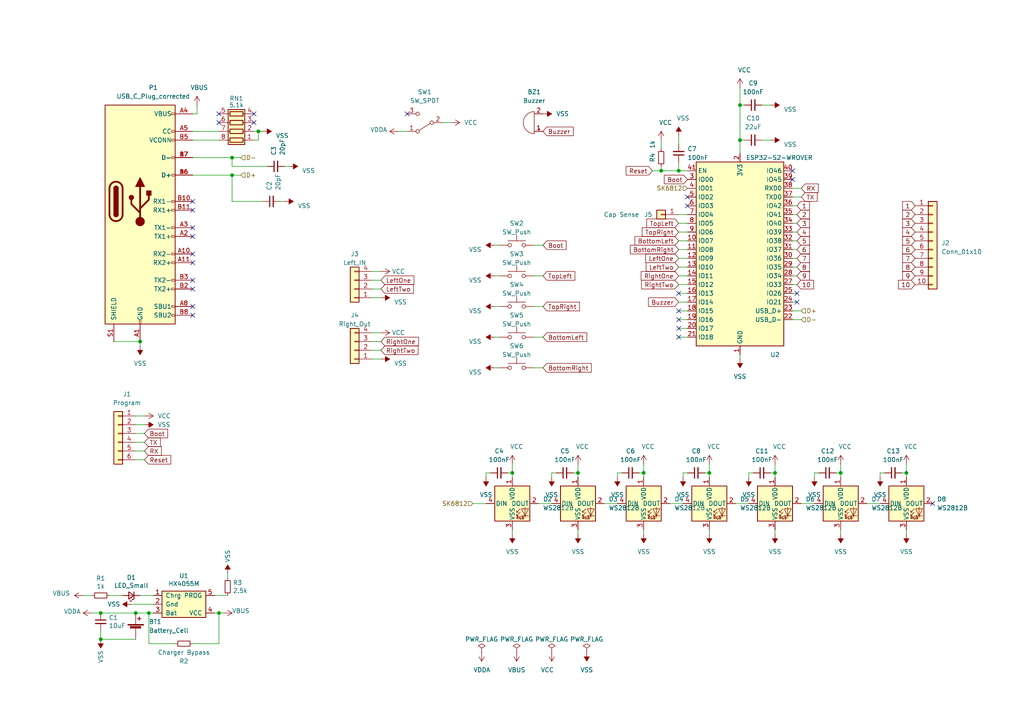
<source format=kicad_sch>
(kicad_sch (version 20220103) (generator eeschema)
  (paper "A4")
  (lib_symbols
    (symbol "BadgePirates:USB_C_Plug_corrected" (pin_names (offset 1.016))
      (property "Reference" "P" (at -10.16 29.21 0))
      (property "Value" "USB_C_Plug_corrected" (at 10.16 29.21 0))
      (symbol "USB_C_Plug_corrected_1_1"
        (pin passive line (at 0 -40.64 90) (length 5.08) (name "GND") (number "A1"))
        (pin bidirectional line (at 15.24 -15.24 180) (length 5.08) (name "RX2-") (number "A10"))
        (pin bidirectional line (at 15.24 -17.78 180) (length 5.08) (name "RX2+") (number "A11"))
        (pin passive line (at 0 -40.64 90) (length 5.08) hide (name "GND") (number "A12"))
        (pin bidirectional line (at 15.24 -10.16 180) (length 5.08) (name "TX1+") (number "A2"))
        (pin bidirectional line (at 15.24 -7.62 180) (length 5.08) (name "TX1-") (number "A3"))
        (pin passive line (at 15.24 25.4 180) (length 5.08) (name "VBUS") (number "A4"))
        (pin bidirectional line (at 15.24 20.32 180) (length 5.08) (name "CC") (number "A5"))
        (pin bidirectional line (at 15.24 7.62 180) (length 5.08) (name "D+") (number "A6"))
        (pin bidirectional line (at 15.24 12.7 180) (length 5.08) (name "D-") (number "A7"))
        (pin bidirectional line (at 15.24 -30.48 180) (length 5.08) (name "SBU1") (number "A8"))
        (pin passive line (at 15.24 25.4 180) (length 5.08) hide (name "VBUS") (number "A9"))
        (pin passive line (at 0 -40.64 90) (length 5.08) hide (name "GND") (number "B1"))
        (pin bidirectional line (at 15.24 0 180) (length 5.08) (name "RX1-") (number "B10"))
        (pin bidirectional line (at 15.24 -2.54 180) (length 5.08) (name "RX1+") (number "B11"))
        (pin passive line (at 0 -40.64 90) (length 5.08) hide (name "GND") (number "B12"))
        (pin bidirectional line (at 15.24 -25.4 180) (length 5.08) (name "TX2+") (number "B2"))
        (pin bidirectional line (at 15.24 -22.86 180) (length 5.08) (name "TX2-") (number "B3"))
        (pin passive line (at 15.24 25.4 180) (length 5.08) hide (name "VBUS") (number "B4"))
        (pin bidirectional line (at 15.24 17.78 180) (length 5.08) (name "VCONN") (number "B5"))
        (pin bidirectional line (at 15.24 7.62 180) (length 5.08) (name "D+") (number "B6"))
        (pin bidirectional line (at 15.24 12.7 180) (length 5.08) (name "D-") (number "B7"))
        (pin bidirectional line (at 15.24 -33.02 180) (length 5.08) (name "SBU2") (number "B8"))
        (pin passive line (at 15.24 25.4 180) (length 5.08) hide (name "VBUS") (number "B9"))
        (pin passive line (at -7.62 -40.64 90) (length 5.08) (name "SHIELD") (number "S1"))
      )
    )
    (symbol "Connector_Generic:Conn_01x01" (pin_names (offset 1.016) hide)
      (property "Reference" "J" (at 0 2.54 0))
      (property "Value" "Conn_01x01" (at 0 -2.54 0))
      (symbol "Conn_01x01_1_1"
        (pin passive line (at -5.08 0 0) (length 3.81) (name "Pin_1") (number "1"))
      )
    )
    (symbol "Connector_Generic:Conn_01x04" (pin_names (offset 1.016) hide)
      (property "Reference" "J" (at 0 5.08 0))
      (property "Value" "Conn_01x04" (at 0 -7.62 0))
      (symbol "Conn_01x04_1_1"
        (pin passive line (at -5.08 2.54 0) (length 3.81) (name "Pin_1") (number "1"))
        (pin passive line (at -5.08 0 0) (length 3.81) (name "Pin_2") (number "2"))
        (pin passive line (at -5.08 -2.54 0) (length 3.81) (name "Pin_3") (number "3"))
        (pin passive line (at -5.08 -5.08 0) (length 3.81) (name "Pin_4") (number "4"))
      )
    )
    (symbol "Connector_Generic:Conn_01x06" (pin_names (offset 1.016) hide)
      (property "Reference" "J" (at 0 7.62 0))
      (property "Value" "Conn_01x06" (at 0 -10.16 0))
      (symbol "Conn_01x06_1_1"
        (pin passive line (at -5.08 5.08 0) (length 3.81) (name "Pin_1") (number "1"))
        (pin passive line (at -5.08 2.54 0) (length 3.81) (name "Pin_2") (number "2"))
        (pin passive line (at -5.08 0 0) (length 3.81) (name "Pin_3") (number "3"))
        (pin passive line (at -5.08 -2.54 0) (length 3.81) (name "Pin_4") (number "4"))
        (pin passive line (at -5.08 -5.08 0) (length 3.81) (name "Pin_5") (number "5"))
        (pin passive line (at -5.08 -7.62 0) (length 3.81) (name "Pin_6") (number "6"))
      )
    )
    (symbol "Connector_Generic:Conn_01x10" (pin_names (offset 1.016) hide)
      (property "Reference" "J" (at 0 12.7 0))
      (property "Value" "Conn_01x10" (at 0 -15.24 0))
      (symbol "Conn_01x10_1_1"
        (pin passive line (at -5.08 10.16 0) (length 3.81) (name "Pin_1") (number "1"))
        (pin passive line (at -5.08 -12.7 0) (length 3.81) (name "Pin_10") (number "10"))
        (pin passive line (at -5.08 7.62 0) (length 3.81) (name "Pin_2") (number "2"))
        (pin passive line (at -5.08 5.08 0) (length 3.81) (name "Pin_3") (number "3"))
        (pin passive line (at -5.08 2.54 0) (length 3.81) (name "Pin_4") (number "4"))
        (pin passive line (at -5.08 0 0) (length 3.81) (name "Pin_5") (number "5"))
        (pin passive line (at -5.08 -2.54 0) (length 3.81) (name "Pin_6") (number "6"))
        (pin passive line (at -5.08 -5.08 0) (length 3.81) (name "Pin_7") (number "7"))
        (pin passive line (at -5.08 -7.62 0) (length 3.81) (name "Pin_8") (number "8"))
        (pin passive line (at -5.08 -10.16 0) (length 3.81) (name "Pin_9") (number "9"))
      )
    )
    (symbol "Device:Battery_Cell" (pin_numbers hide) (pin_names (offset 0) hide)
      (property "Reference" "BT" (at 2.54 2.54 0))
      (property "Value" "Battery_Cell" (at 2.54 0 0))
      (symbol "Battery_Cell_1_1"
        (pin passive line (at 0 5.08 270) (length 2.54) (name "+") (number "1"))
        (pin passive line (at 0 -2.54 90) (length 2.54) (name "-") (number "2"))
      )
    )
    (symbol "Device:Buzzer" (pin_names (offset 0.0254) hide)
      (property "Reference" "BZ" (at 3.81 1.27 0))
      (property "Value" "Buzzer" (at 3.81 -1.27 0))
      (symbol "Buzzer_1_1"
        (pin passive line (at -2.54 2.54 0) (length 2.54) (name "-") (number "1"))
        (pin passive line (at -2.54 -2.54 0) (length 2.54) (name "+") (number "2"))
      )
    )
    (symbol "Device:C_Small" (pin_numbers hide) (pin_names (offset 0.254) hide)
      (property "Reference" "C" (at 0.254 1.778 0))
      (property "Value" "C_Small" (at 0.254 -2.032 0))
      (symbol "C_Small_1_1"
        (pin passive line (at 0 2.54 270) (length 2.032) (name "~") (number "1"))
        (pin passive line (at 0 -2.54 90) (length 2.032) (name "~") (number "2"))
      )
    )
    (symbol "Device:LED_Small" (pin_numbers hide) (pin_names (offset 0.254) hide)
      (property "Reference" "D" (at -1.27 3.175 0))
      (property "Value" "LED_Small" (at -4.445 -2.54 0))
      (symbol "LED_Small_1_1"
        (pin passive line (at -2.54 0 0) (length 1.778) (name "K") (number "1"))
        (pin passive line (at 2.54 0 180) (length 1.778) (name "A") (number "2"))
      )
    )
    (symbol "Device:R_Pack04" (pin_names (offset 0) hide)
      (property "Reference" "RN" (at -7.62 0 90))
      (property "Value" "R_Pack04" (at 5.08 0 90))
      (symbol "R_Pack04_1_1"
        (pin passive line (at -5.08 -5.08 90) (length 2.54) (name "R1.1") (number "1"))
        (pin passive line (at -2.54 -5.08 90) (length 2.54) (name "R2.1") (number "2"))
        (pin passive line (at 0 -5.08 90) (length 2.54) (name "R3.1") (number "3"))
        (pin passive line (at 2.54 -5.08 90) (length 2.54) (name "R4.1") (number "4"))
        (pin passive line (at 2.54 5.08 270) (length 2.54) (name "R4.2") (number "5"))
        (pin passive line (at 0 5.08 270) (length 2.54) (name "R3.2") (number "6"))
        (pin passive line (at -2.54 5.08 270) (length 2.54) (name "R2.2") (number "7"))
        (pin passive line (at -5.08 5.08 270) (length 2.54) (name "R1.2") (number "8"))
      )
    )
    (symbol "Device:R_Small" (pin_numbers hide) (pin_names (offset 0.254) hide)
      (property "Reference" "R" (at 0.762 0.508 0))
      (property "Value" "R_Small" (at 0.762 -1.016 0))
      (symbol "R_Small_1_1"
        (pin passive line (at 0 2.54 270) (length 0.762) (name "~") (number "1"))
        (pin passive line (at 0 -2.54 90) (length 0.762) (name "~") (number "2"))
      )
    )
    (symbol "LED:WS2812B" (pin_names (offset 0.254))
      (property "Reference" "D" (at 5.08 5.715 0))
      (property "Value" "WS2812B" (at 1.27 -5.715 0))
      (symbol "WS2812B_0_0"
        (text "RGB" (at 2.286 -4.191 0) (effects (font (size 0.762 0.762))))
      )
      (symbol "WS2812B_1_1"
        (pin power_in line (at 0 7.62 270) (length 2.54) (name "VDD") (number "1"))
        (pin output line (at 7.62 0 180) (length 2.54) (name "DOUT") (number "2"))
        (pin power_in line (at 0 -7.62 90) (length 2.54) (name "VSS") (number "3"))
        (pin input line (at -7.62 0 0) (length 2.54) (name "DIN") (number "4"))
      )
    )
    (symbol "RF_Module:ESP32-S2-WROVER"
      (property "Reference" "U" (at -12.7 29.21 0))
      (property "Value" "ESP32-S2-WROVER" (at 2.54 29.21 0))
      (symbol "ESP32-S2-WROVER_1_1"
        (pin power_in line (at 0 -27.94 90) (length 2.54) (name "GND") (number "1"))
        (pin bidirectional line (at -15.24 5.08 0) (length 2.54) (name "IO07") (number "10"))
        (pin bidirectional line (at -15.24 2.54 0) (length 2.54) (name "IO08") (number "11"))
        (pin bidirectional line (at -15.24 0 0) (length 2.54) (name "IO09") (number "12"))
        (pin bidirectional line (at -15.24 -2.54 0) (length 2.54) (name "IO10") (number "13"))
        (pin bidirectional line (at -15.24 -5.08 0) (length 2.54) (name "IO11") (number "14"))
        (pin bidirectional line (at -15.24 -7.62 0) (length 2.54) (name "IO12") (number "15"))
        (pin bidirectional line (at -15.24 -10.16 0) (length 2.54) (name "IO13") (number "16"))
        (pin bidirectional line (at -15.24 -12.7 0) (length 2.54) (name "IO14") (number "17"))
        (pin bidirectional line (at -15.24 -15.24 0) (length 2.54) (name "IO15") (number "18"))
        (pin bidirectional line (at -15.24 -17.78 0) (length 2.54) (name "IO16") (number "19"))
        (pin power_in line (at 0 30.48 270) (length 2.54) (name "3V3") (number "2"))
        (pin bidirectional line (at -15.24 -20.32 0) (length 2.54) (name "IO17") (number "20"))
        (pin bidirectional line (at -15.24 -22.86 0) (length 2.54) (name "IO18") (number "21"))
        (pin bidirectional line (at 15.24 -17.78 180) (length 2.54) (name "USB_D-") (number "22"))
        (pin bidirectional line (at 15.24 -15.24 180) (length 2.54) (name "USB_D+") (number "23"))
        (pin bidirectional line (at 15.24 -12.7 180) (length 2.54) (name "IO21") (number "24"))
        (pin bidirectional line (at 15.24 -10.16 180) (length 2.54) (name "IO26") (number "25"))
        (pin passive line (at 0 -27.94 90) (length 2.54) hide (name "GND") (number "26"))
        (pin bidirectional line (at 15.24 -7.62 180) (length 2.54) (name "IO33") (number "27"))
        (pin bidirectional line (at 15.24 -5.08 180) (length 2.54) (name "IO34") (number "28"))
        (pin bidirectional line (at 15.24 -2.54 180) (length 2.54) (name "IO35") (number "29"))
        (pin bidirectional line (at -15.24 22.86 0) (length 2.54) (name "IO00") (number "3"))
        (pin bidirectional line (at 15.24 0 180) (length 2.54) (name "IO36") (number "30"))
        (pin bidirectional line (at 15.24 2.54 180) (length 2.54) (name "IO37") (number "31"))
        (pin bidirectional line (at 15.24 5.08 180) (length 2.54) (name "IO38") (number "32"))
        (pin bidirectional line (at 15.24 7.62 180) (length 2.54) (name "IO39") (number "33"))
        (pin bidirectional line (at 15.24 10.16 180) (length 2.54) (name "IO40") (number "34"))
        (pin bidirectional line (at 15.24 12.7 180) (length 2.54) (name "IO41") (number "35"))
        (pin bidirectional line (at 15.24 15.24 180) (length 2.54) (name "IO42") (number "36"))
        (pin bidirectional line (at 15.24 17.78 180) (length 2.54) (name "TXD0") (number "37"))
        (pin bidirectional line (at 15.24 20.32 180) (length 2.54) (name "RXD0") (number "38"))
        (pin bidirectional line (at 15.24 22.86 180) (length 2.54) (name "IO45") (number "39"))
        (pin bidirectional line (at -15.24 20.32 0) (length 2.54) (name "IO01") (number "4"))
        (pin input line (at 15.24 25.4 180) (length 2.54) (name "IO46") (number "40"))
        (pin input line (at -15.24 25.4 0) (length 2.54) (name "EN") (number "41"))
        (pin passive line (at 0 -27.94 90) (length 2.54) hide (name "GND") (number "42"))
        (pin passive line (at 0 -27.94 90) (length 2.54) hide (name "GND") (number "43"))
        (pin bidirectional line (at -15.24 17.78 0) (length 2.54) (name "IO02") (number "5"))
        (pin bidirectional line (at -15.24 15.24 0) (length 2.54) (name "IO03") (number "6"))
        (pin bidirectional line (at -15.24 12.7 0) (length 2.54) (name "IO04") (number "7"))
        (pin bidirectional line (at -15.24 10.16 0) (length 2.54) (name "IO05") (number "8"))
        (pin bidirectional line (at -15.24 7.62 0) (length 2.54) (name "IO06") (number "9"))
      )
    )
    (symbol "Switch:SW_Push" (pin_numbers hide) (pin_names (offset 1.016) hide)
      (property "Reference" "SW" (at 1.27 2.54 0))
      (property "Value" "SW_Push" (at 0 -1.524 0))
      (symbol "SW_Push_0_1"
        (pin passive line (at -5.08 0 0) (length 2.54) (name "1") (number "1"))
        (pin passive line (at 5.08 0 180) (length 2.54) (name "2") (number "2"))
      )
    )
    (symbol "Switch:SW_SPDT" (pin_names (offset 0) hide)
      (property "Reference" "SW" (at 0 4.318 0))
      (property "Value" "SW_SPDT" (at 0 -5.08 0))
      (symbol "SW_SPDT_1_1"
        (pin passive line (at 5.08 2.54 180) (length 2.54) (name "A") (number "1"))
        (pin passive line (at -5.08 0 0) (length 2.54) (name "B") (number "2"))
        (pin passive line (at 5.08 -2.54 180) (length 2.54) (name "C") (number "3"))
      )
    )
    (symbol "TwitterKeyboard-rescue:HX4055M-MechKeyboard" (pin_names (offset 1.016))
      (property "Reference" "U" (at 5.08 -10.16 0))
      (property "Value" "HX4055M-MechKeyboard" (at 0 0 0))
      (symbol "HX4055M-MechKeyboard_1_1"
        (pin input line (at -8.89 -2.54 0) (length 2.54) (name "Chrg") (number "1"))
        (pin input line (at -8.89 -5.08 0) (length 2.54) (name "Gnd") (number "2"))
        (pin input line (at -8.89 -7.62 0) (length 2.54) (name "Bat") (number "3"))
        (pin input line (at 8.89 -7.62 180) (length 2.54) (name "VCC") (number "4"))
        (pin input line (at 8.89 -2.54 180) (length 2.54) (name "PROG") (number "5"))
      )
    )
    (symbol "power:PWR_FLAG" (power) (pin_numbers hide) (pin_names (offset 0) hide)
      (property "Value" "PWR_FLAG" (at 0 3.81 0))
      (symbol "PWR_FLAG_0_0"
        (pin power_out line (at 0 0 90) (length 0) (name "pwr") (number "1"))
      )
    )
    (symbol "power:VBUS" (power) (pin_names (offset 0))
      (property "Value" "VBUS" (at 0 3.81 0))
      (symbol "VBUS_1_1"
        (pin power_in line (at 0 0 90) (length 0) hide (name "VBUS") (number "1"))
      )
    )
    (symbol "power:VCC" (power) (pin_names (offset 0))
      (property "Value" "VCC" (at 0 3.81 0))
      (symbol "VCC_1_1"
        (pin power_in line (at 0 0 90) (length 0) hide (name "VCC") (number "1"))
      )
    )
    (symbol "power:VDDA" (power) (pin_names (offset 0))
      (property "Value" "VDDA" (at 0 3.81 0))
      (symbol "VDDA_1_1"
        (pin power_in line (at 0 0 90) (length 0) hide (name "VDDA") (number "1"))
      )
    )
    (symbol "power:VSS" (power) (pin_names (offset 0))
      (property "Value" "VSS" (at 0 3.81 0))
      (symbol "VSS_1_1"
        (pin power_in line (at 0 0 90) (length 0) hide (name "VSS") (number "1"))
      )
    )
  )
  (junction (at 148.59 137.16) (diameter 0.9144))
  (junction (at 39.37 177.8) (diameter 0.9144))
  (junction (at 262.89 137.16) (diameter 0.9144))
  (junction (at 196.85 49.53) (diameter 0.9144))
  (junction (at 43.18 177.8) (diameter 0.9144))
  (junction (at 63.5 177.8) (diameter 0.9144))
  (junction (at 214.63 30.48) (diameter 0.9144))
  (junction (at 29.21 185.42) (diameter 0.9144))
  (junction (at 214.63 40.64) (diameter 0.9144))
  (junction (at 67.31 45.72) (diameter 0.9144))
  (junction (at 224.79 137.16) (diameter 0.9144))
  (junction (at 191.77 49.53) (diameter 0.9144))
  (junction (at 29.21 177.8) (diameter 0.9144))
  (junction (at 205.74 137.16) (diameter 0.9144))
  (junction (at 186.69 137.16) (diameter 0.9144))
  (junction (at 167.64 137.16) (diameter 0.9144))
  (junction (at 67.31 50.8) (diameter 0.9144))
  (junction (at 243.84 137.16) (diameter 0.9144))
  (junction (at 74.93 38.1) (diameter 0.9144))
  (junction (at 40.64 99.06) (diameter 0.9144))
  (no_connect (at 55.88 81.28))
  (no_connect (at 63.5 35.56))
  (no_connect (at 55.88 68.58))
  (no_connect (at 229.87 49.53))
  (no_connect (at 73.66 33.02))
  (no_connect (at 55.88 73.66))
  (no_connect (at 55.88 58.42))
  (no_connect (at 55.88 60.96))
  (no_connect (at 118.11 33.02))
  (no_connect (at 73.66 35.56))
  (no_connect (at 55.88 66.04))
  (no_connect (at 270.51 146.05))
  (no_connect (at 55.88 83.82))
  (no_connect (at 55.88 76.2))
  (no_connect (at 55.88 88.9))
  (no_connect (at 199.39 59.69))
  (no_connect (at 199.39 57.15))
  (no_connect (at 63.5 33.02))
  (no_connect (at 231.14 87.63))
  (no_connect (at 231.14 85.09))
  (no_connect (at 196.85 85.09))
  (no_connect (at 196.85 97.79))
  (no_connect (at 196.85 90.17))
  (no_connect (at 196.85 92.71))
  (no_connect (at 196.85 95.25))
  (no_connect (at 55.88 91.44))
  (no_connect (at 229.87 52.07))
  (wire (pts (xy 196.85 95.25) (xy 199.39 95.25)))
  (wire (pts (xy 251.46 146.05) (xy 255.27 146.05)))
  (wire (pts (xy 140.97 138.43) (xy 140.97 137.16)))
  (wire (pts (xy 196.85 67.31) (xy 199.39 67.31)))
  (wire (pts (xy 55.88 186.69) (xy 63.5 186.69)))
  (wire (pts (xy 205.74 153.67) (xy 205.74 154.94)))
  (wire (pts (xy 229.87 54.61) (xy 232.41 54.61)))
  (wire (pts (xy 39.37 125.73) (xy 41.91 125.73)))
  (wire (pts (xy 262.89 137.16) (xy 261.62 137.16)))
  (wire (pts (xy 217.17 137.16) (xy 218.44 137.16)))
  (wire (pts (xy 55.88 50.8) (xy 67.31 50.8)))
  (wire (pts (xy 57.15 33.02) (xy 55.88 33.02)))
  (wire (pts (xy 229.87 62.23) (xy 231.14 62.23)))
  (wire (pts (xy 229.87 77.47) (xy 231.14 77.47)))
  (wire (pts (xy 39.37 130.81) (xy 41.91 130.81)))
  (wire (pts (xy 186.69 138.43) (xy 186.69 137.16)))
  (wire (pts (xy 154.94 80.01) (xy 157.48 80.01)))
  (wire (pts (xy 224.79 138.43) (xy 224.79 137.16)))
  (wire (pts (xy 196.85 97.79) (xy 199.39 97.79)))
  (wire (pts (xy 191.77 48.26) (xy 191.77 49.53)))
  (wire (pts (xy 214.63 102.87) (xy 214.63 104.14)))
  (wire (pts (xy 148.59 134.62) (xy 148.59 137.16)))
  (wire (pts (xy 29.21 182.88) (xy 29.21 185.42)))
  (wire (pts (xy 191.77 49.53) (xy 196.85 49.53)))
  (wire (pts (xy 74.93 38.1) (xy 76.2 38.1)))
  (wire (pts (xy 137.16 146.05) (xy 140.97 146.05)))
  (wire (pts (xy 196.85 87.63) (xy 199.39 87.63)))
  (wire (pts (xy 144.78 88.9) (xy 143.51 88.9)))
  (wire (pts (xy 39.37 128.27) (xy 41.91 128.27)))
  (wire (pts (xy 220.98 30.48) (xy 223.52 30.48)))
  (wire (pts (xy 156.21 146.05) (xy 160.02 146.05)))
  (wire (pts (xy 229.87 59.69) (xy 231.14 59.69)))
  (wire (pts (xy 255.27 137.16) (xy 256.54 137.16)))
  (wire (pts (xy 144.78 97.79) (xy 143.51 97.79)))
  (wire (pts (xy 62.23 172.72) (xy 66.04 172.72)))
  (wire (pts (xy 107.95 99.06) (xy 110.49 99.06)))
  (wire (pts (xy 167.64 138.43) (xy 167.64 137.16)))
  (wire (pts (xy 224.79 134.62) (xy 224.79 137.16)))
  (wire (pts (xy 186.69 153.67) (xy 186.69 154.94)))
  (wire (pts (xy 107.95 101.6) (xy 110.49 101.6)))
  (wire (pts (xy 115.57 38.1) (xy 118.11 38.1)))
  (wire (pts (xy 236.22 138.43) (xy 236.22 137.16)))
  (wire (pts (xy 160.02 137.16) (xy 161.29 137.16)))
  (wire (pts (xy 63.5 177.8) (xy 63.5 186.69)))
  (wire (pts (xy 154.94 106.68) (xy 157.48 106.68)))
  (wire (pts (xy 220.98 40.64) (xy 223.52 40.64)))
  (wire (pts (xy 232.41 92.71) (xy 229.87 92.71)))
  (wire (pts (xy 39.37 133.35) (xy 41.91 133.35)))
  (wire (pts (xy 57.15 30.48) (xy 57.15 33.02)))
  (wire (pts (xy 189.23 49.53) (xy 191.77 49.53)))
  (wire (pts (xy 29.21 177.8) (xy 39.37 177.8)))
  (wire (pts (xy 144.78 80.01) (xy 143.51 80.01)))
  (wire (pts (xy 38.1 175.26) (xy 44.45 175.26)))
  (wire (pts (xy 154.94 88.9) (xy 157.48 88.9)))
  (wire (pts (xy 205.74 138.43) (xy 205.74 137.16)))
  (wire (pts (xy 77.47 48.26) (xy 67.31 48.26)))
  (wire (pts (xy 243.84 138.43) (xy 243.84 137.16)))
  (wire (pts (xy 196.85 80.01) (xy 199.39 80.01)))
  (wire (pts (xy 140.97 137.16) (xy 142.24 137.16)))
  (wire (pts (xy 107.95 96.52) (xy 110.49 96.52)))
  (wire (pts (xy 214.63 25.4) (xy 214.63 30.48)))
  (wire (pts (xy 196.85 74.93) (xy 199.39 74.93)))
  (wire (pts (xy 55.88 38.1) (xy 63.5 38.1)))
  (wire (pts (xy 232.41 90.17) (xy 229.87 90.17)))
  (wire (pts (xy 196.85 85.09) (xy 199.39 85.09)))
  (wire (pts (xy 179.07 137.16) (xy 180.34 137.16)))
  (wire (pts (xy 107.95 81.28) (xy 110.49 81.28)))
  (wire (pts (xy 73.66 40.64) (xy 74.93 40.64)))
  (wire (pts (xy 167.64 137.16) (xy 166.37 137.16)))
  (wire (pts (xy 196.85 72.39) (xy 199.39 72.39)))
  (wire (pts (xy 157.48 71.12) (xy 154.94 71.12)))
  (wire (pts (xy 39.37 123.19) (xy 41.91 123.19)))
  (wire (pts (xy 229.87 57.15) (xy 232.41 57.15)))
  (wire (pts (xy 229.87 74.93) (xy 231.14 74.93)))
  (wire (pts (xy 229.87 87.63) (xy 231.14 87.63)))
  (wire (pts (xy 67.31 58.42) (xy 67.31 50.8)))
  (wire (pts (xy 262.89 138.43) (xy 262.89 137.16)))
  (wire (pts (xy 43.18 177.8) (xy 44.45 177.8)))
  (wire (pts (xy 130.81 35.56) (xy 128.27 35.56)))
  (wire (pts (xy 198.12 138.43) (xy 198.12 137.16)))
  (wire (pts (xy 194.31 146.05) (xy 198.12 146.05)))
  (wire (pts (xy 179.07 138.43) (xy 179.07 137.16)))
  (wire (pts (xy 196.85 49.53) (xy 199.39 49.53)))
  (wire (pts (xy 107.95 78.74) (xy 110.49 78.74)))
  (wire (pts (xy 175.26 146.05) (xy 179.07 146.05)))
  (wire (pts (xy 82.55 48.26) (xy 83.82 48.26)))
  (wire (pts (xy 186.69 134.62) (xy 186.69 137.16)))
  (wire (pts (xy 196.85 62.23) (xy 199.39 62.23)))
  (wire (pts (xy 144.78 106.68) (xy 143.51 106.68)))
  (wire (pts (xy 243.84 137.16) (xy 242.57 137.16)))
  (wire (pts (xy 214.63 30.48) (xy 214.63 40.64)))
  (wire (pts (xy 196.85 64.77) (xy 199.39 64.77)))
  (wire (pts (xy 167.64 134.62) (xy 167.64 137.16)))
  (wire (pts (xy 224.79 137.16) (xy 223.52 137.16)))
  (wire (pts (xy 40.64 99.06) (xy 40.64 100.33)))
  (wire (pts (xy 167.64 153.67) (xy 167.64 154.94)))
  (wire (pts (xy 67.31 50.8) (xy 69.85 50.8)))
  (wire (pts (xy 255.27 138.43) (xy 255.27 137.16)))
  (wire (pts (xy 262.89 153.67) (xy 262.89 154.94)))
  (wire (pts (xy 196.85 39.37) (xy 196.85 41.91)))
  (wire (pts (xy 196.85 92.71) (xy 199.39 92.71)))
  (wire (pts (xy 33.02 99.06) (xy 40.64 99.06)))
  (wire (pts (xy 196.85 90.17) (xy 199.39 90.17)))
  (wire (pts (xy 214.63 40.64) (xy 215.9 40.64)))
  (wire (pts (xy 196.85 69.85) (xy 199.39 69.85)))
  (wire (pts (xy 229.87 72.39) (xy 231.14 72.39)))
  (wire (pts (xy 160.02 138.43) (xy 160.02 137.16)))
  (wire (pts (xy 76.2 58.42) (xy 67.31 58.42)))
  (wire (pts (xy 24.13 172.72) (xy 26.67 172.72)))
  (wire (pts (xy 107.95 83.82) (xy 110.49 83.82)))
  (wire (pts (xy 198.12 137.16) (xy 199.39 137.16)))
  (wire (pts (xy 74.93 38.1) (xy 74.93 40.64)))
  (wire (pts (xy 213.36 146.05) (xy 217.17 146.05)))
  (wire (pts (xy 63.5 177.8) (xy 64.77 177.8)))
  (wire (pts (xy 196.85 46.99) (xy 196.85 49.53)))
  (wire (pts (xy 214.63 40.64) (xy 214.63 44.45)))
  (wire (pts (xy 214.63 30.48) (xy 215.9 30.48)))
  (wire (pts (xy 229.87 85.09) (xy 231.14 85.09)))
  (wire (pts (xy 243.84 134.62) (xy 243.84 137.16)))
  (wire (pts (xy 205.74 134.62) (xy 205.74 137.16)))
  (wire (pts (xy 148.59 153.67) (xy 148.59 154.94)))
  (wire (pts (xy 67.31 45.72) (xy 69.85 45.72)))
  (wire (pts (xy 144.78 71.12) (xy 143.51 71.12)))
  (wire (pts (xy 236.22 137.16) (xy 237.49 137.16)))
  (wire (pts (xy 148.59 137.16) (xy 147.32 137.16)))
  (wire (pts (xy 50.8 186.69) (xy 43.18 186.69)))
  (wire (pts (xy 229.87 69.85) (xy 231.14 69.85)))
  (wire (pts (xy 262.89 134.62) (xy 262.89 137.16)))
  (wire (pts (xy 39.37 120.65) (xy 41.91 120.65)))
  (wire (pts (xy 148.59 138.43) (xy 148.59 137.16)))
  (wire (pts (xy 205.74 137.16) (xy 204.47 137.16)))
  (wire (pts (xy 31.75 172.72) (xy 35.56 172.72)))
  (wire (pts (xy 29.21 185.42) (xy 39.37 185.42)))
  (wire (pts (xy 154.94 97.79) (xy 157.48 97.79)))
  (wire (pts (xy 73.66 38.1) (xy 74.93 38.1)))
  (wire (pts (xy 66.04 167.64) (xy 66.04 166.37)))
  (wire (pts (xy 67.31 48.26) (xy 67.31 45.72)))
  (wire (pts (xy 243.84 153.67) (xy 243.84 154.94)))
  (wire (pts (xy 26.67 177.8) (xy 29.21 177.8)))
  (wire (pts (xy 224.79 153.67) (xy 224.79 154.94)))
  (wire (pts (xy 62.23 177.8) (xy 63.5 177.8)))
  (wire (pts (xy 55.88 40.64) (xy 63.5 40.64)))
  (wire (pts (xy 229.87 80.01) (xy 231.14 80.01)))
  (wire (pts (xy 191.77 40.64) (xy 191.77 43.18)))
  (wire (pts (xy 107.95 104.14) (xy 110.49 104.14)))
  (wire (pts (xy 229.87 67.31) (xy 231.14 67.31)))
  (wire (pts (xy 107.95 86.36) (xy 110.49 86.36)))
  (wire (pts (xy 229.87 82.55) (xy 231.14 82.55)))
  (wire (pts (xy 229.87 64.77) (xy 231.14 64.77)))
  (wire (pts (xy 217.17 138.43) (xy 217.17 137.16)))
  (wire (pts (xy 39.37 177.8) (xy 43.18 177.8)))
  (wire (pts (xy 43.18 177.8) (xy 43.18 186.69)))
  (wire (pts (xy 196.85 82.55) (xy 199.39 82.55)))
  (wire (pts (xy 196.85 77.47) (xy 199.39 77.47)))
  (wire (pts (xy 186.69 137.16) (xy 185.42 137.16)))
  (wire (pts (xy 81.28 58.42) (xy 82.55 58.42)))
  (wire (pts (xy 40.64 172.72) (xy 44.45 172.72)))
  (wire (pts (xy 55.88 45.72) (xy 67.31 45.72)))
  (wire (pts (xy 232.41 146.05) (xy 236.22 146.05)))
  (global_label "BottomLeft" (shape input) (at 196.85 69.85 180) (property "Intersheetrefs" "${INTERSHEET_REFS}" (at 183.8067 69.85 0) (effects (justify right))))
  (global_label "Boot" (shape input) (at 199.39 52.07 180) (property "Intersheet References" "${INTERSHEET_REFS}" (effects hide)))
  (global_label "TopRight" (shape input) (at 196.85 67.31 180) (property "Intersheetrefs" "${INTERSHEET_REFS}" (at 185.9232 67.31 0) (effects (justify right))))
  (global_label "TopRight" (shape input) (at 157.48 88.9 0) (property "Intersheetrefs" "${INTERSHEET_REFS}" (at 168.4068 88.9 0) (effects (justify left))))
  (global_label "Reset" (shape input) (at 41.91 133.35 0) (property "Intersheet References" "${INTERSHEET_REFS}" (effects hide)))
  (global_label "RightOne" (shape input) (at 196.85 80.01 180) (property "Intersheetrefs" "${INTERSHEET_REFS}" (at 185.621 80.01 0) (effects (justify right))))
  (global_label "Buzzer" (shape input) (at 157.48 38.1 0) (property "Intersheet References" "${INTERSHEET_REFS}" (effects hide)))
  (global_label "LeftOne" (shape input) (at 110.49 81.28 0) (property "Intersheetrefs" "${INTERSHEET_REFS}" (at 120.3886 81.28 0) (effects (justify left))))
  (global_label "10" (shape input) (at 231.14 82.55 0) (property "Intersheetrefs" "${INTERSHEET_REFS}" (at 236.3218 82.55 0) (effects (justify left))))
  (global_label "TopLeft" (shape input) (at 196.85 64.77 180) (property "Intersheetrefs" "${INTERSHEET_REFS}" (at 187.2537 64.77 0) (effects (justify right))))
  (global_label "BottomRight" (shape input) (at 157.48 106.68 0) (property "Intersheetrefs" "${INTERSHEET_REFS}" (at 171.8538 106.68 0) (effects (justify left))))
  (global_label "10" (shape input) (at 265.43 82.55 180) (property "Intersheetrefs" "${INTERSHEET_REFS}" (at 260.2482 82.55 0) (effects (justify right))))
  (global_label "BottomRight" (shape input) (at 196.85 72.39 180) (property "Intersheetrefs" "${INTERSHEET_REFS}" (at 182.4762 72.39 0) (effects (justify right))))
  (global_label "2" (shape input) (at 231.14 62.23 0) (property "Intersheet References" "${INTERSHEET_REFS}" (effects hide)))
  (global_label "4" (shape input) (at 265.43 67.31 180) (property "Intersheet References" "${INTERSHEET_REFS}" (effects hide)))
  (global_label "Boot" (shape input) (at 41.91 125.73 0) (property "Intersheet References" "${INTERSHEET_REFS}" (effects hide)))
  (global_label "Boot" (shape input) (at 157.48 71.12 0) (property "Intersheet References" "${INTERSHEET_REFS}" (effects hide)))
  (global_label "Buzzer" (shape input) (at 196.85 87.63 180) (property "Intersheet References" "${INTERSHEET_REFS}" (effects hide)))
  (global_label "3" (shape input) (at 231.14 64.77 0) (property "Intersheet References" "${INTERSHEET_REFS}" (effects hide)))
  (global_label "1" (shape input) (at 231.14 59.69 0) (property "Intersheet References" "${INTERSHEET_REFS}" (effects hide)))
  (global_label "TX" (shape input) (at 41.91 128.27 0) (property "Intersheet References" "${INTERSHEET_REFS}" (effects hide)))
  (global_label "6" (shape input) (at 265.43 72.39 180) (property "Intersheet References" "${INTERSHEET_REFS}" (effects hide)))
  (global_label "RightTwo" (shape input) (at 196.85 82.55 180) (property "Intersheetrefs" "${INTERSHEET_REFS}" (at 185.7419 82.55 0) (effects (justify right))))
  (global_label "BottomLeft" (shape input) (at 157.48 97.79 0) (property "Intersheetrefs" "${INTERSHEET_REFS}" (at 170.5233 97.79 0) (effects (justify left))))
  (global_label "RightTwo" (shape input) (at 110.49 101.6 0) (property "Intersheetrefs" "${INTERSHEET_REFS}" (at 121.5981 101.6 0) (effects (justify left))))
  (global_label "LeftTwo" (shape input) (at 196.85 77.47 180) (property "Intersheetrefs" "${INTERSHEET_REFS}" (at 187.0723 77.47 0) (effects (justify right))))
  (global_label "RX" (shape input) (at 41.91 130.81 0) (property "Intersheet References" "${INTERSHEET_REFS}" (effects hide)))
  (global_label "LeftOne" (shape input) (at 196.85 74.93 180) (property "Intersheetrefs" "${INTERSHEET_REFS}" (at 186.9514 74.93 0) (effects (justify right))))
  (global_label "7" (shape input) (at 231.14 74.93 0) (property "Intersheet References" "${INTERSHEET_REFS}" (effects hide)))
  (global_label "LeftTwo" (shape input) (at 110.49 83.82 0) (property "Intersheetrefs" "${INTERSHEET_REFS}" (at 120.2677 83.82 0) (effects (justify left))))
  (global_label "Reset" (shape input) (at 189.23 49.53 180) (property "Intersheet References" "${INTERSHEET_REFS}" (effects hide)))
  (global_label "2" (shape input) (at 265.43 62.23 180) (property "Intersheet References" "${INTERSHEET_REFS}" (effects hide)))
  (global_label "TX" (shape input) (at 232.41 57.15 0) (property "Intersheet References" "${INTERSHEET_REFS}" (effects hide)))
  (global_label "6" (shape input) (at 231.14 72.39 0) (property "Intersheet References" "${INTERSHEET_REFS}" (effects hide)))
  (global_label "RX" (shape input) (at 232.41 54.61 0) (property "Intersheet References" "${INTERSHEET_REFS}" (effects hide)))
  (global_label "TopLeft" (shape input) (at 157.48 80.01 0) (property "Intersheetrefs" "${INTERSHEET_REFS}" (at 167.0763 80.01 0) (effects (justify left))))
  (global_label "7" (shape input) (at 265.43 74.93 180) (property "Intersheet References" "${INTERSHEET_REFS}" (effects hide)))
  (global_label "5" (shape input) (at 231.14 69.85 0) (property "Intersheetrefs" "${INTERSHEET_REFS}" (at 235.1123 69.85 0) (effects (justify left))))
  (global_label "8" (shape input) (at 231.14 77.47 0) (property "Intersheetrefs" "${INTERSHEET_REFS}" (at 235.1123 77.47 0) (effects (justify left))))
  (global_label "9" (shape input) (at 231.14 80.01 0) (property "Intersheetrefs" "${INTERSHEET_REFS}" (at 235.1123 80.01 0) (effects (justify left))))
  (global_label "1" (shape input) (at 265.43 59.69 180) (property "Intersheet References" "${INTERSHEET_REFS}" (effects hide)))
  (global_label "9" (shape input) (at 265.43 80.01 180) (property "Intersheetrefs" "${INTERSHEET_REFS}" (at 261.4577 80.01 0) (effects (justify right))))
  (global_label "3" (shape input) (at 265.43 64.77 180) (property "Intersheet References" "${INTERSHEET_REFS}" (effects hide)))
  (global_label "4" (shape input) (at 231.14 67.31 0) (property "Intersheet References" "${INTERSHEET_REFS}" (effects hide)))
  (global_label "RightOne" (shape input) (at 110.49 99.06 0) (property "Intersheetrefs" "${INTERSHEET_REFS}" (at 121.719 99.06 0) (effects (justify left))))
  (global_label "8" (shape input) (at 265.43 77.47 180) (property "Intersheetrefs" "${INTERSHEET_REFS}" (at 261.4577 77.47 0) (effects (justify right))))
  (global_label "5" (shape input) (at 265.43 69.85 180) (property "Intersheetrefs" "${INTERSHEET_REFS}" (at 261.4577 69.85 0) (effects (justify right))))
  (hierarchical_label "D-" (shape input) (at 232.41 92.71 0))
  (hierarchical_label "SK6812" (shape input) (at 199.39 54.61 180))
  (hierarchical_label "D+" (shape input) (at 69.85 50.8 0))
  (hierarchical_label "D-" (shape input) (at 69.85 45.72 0))
  (hierarchical_label "D+" (shape input) (at 232.41 90.17 0))
  (hierarchical_label "SK6812" (shape input) (at 137.16 146.05 180))
  (symbol (lib_id "power:PWR_FLAG") (at 170.18 189.23 0) (unit 1)
    (property "Reference" "#FLG0102" (effects hide))
    (property "Value" "PWR_FLAG" (at 170.18 185.42 0))
  )
  (symbol (lib_id "power:VSS") (at 186.69 154.94 180) (unit 1)
    (property "Reference" "#PWR036" (effects hide))
    (property "Value" "VSS" (at 186.69 160.02 0))
  )
  (symbol (lib_id "Switch:SW_Push") (at 149.86 97.79 0) (unit 1)
    (property "Reference" "SW5" (at 149.86 91.44 0))
    (property "Value" "SW_Push" (at 149.86 93.98 0))
  )
  (symbol (lib_id "power:VSS") (at 143.51 71.12 90) (mirror x) (unit 1)
    (property "Reference" "#PWR023" (effects hide))
    (property "Value" "VSS" (at 139.7 72.39 90) (effects (justify left)))
  )
  (symbol (lib_id "power:VSS") (at 196.85 39.37 0) (unit 1)
    (property "Reference" "#PWR038" (effects hide))
    (property "Value" "VSS" (at 198.12 34.29 0))
  )
  (symbol (lib_id "power:VSS") (at 83.82 48.26 270) (unit 1)
    (property "Reference" "#PWR015" (effects hide))
    (property "Value" "VSS" (at 87.63 49.53 90) (effects (justify left)))
  )
  (symbol (lib_id "LED:WS2812B") (at 262.89 146.05 0) (unit 1)
    (property "Reference" "D8" (at 271.78 144.78 0) (effects (justify left)))
    (property "Value" "WS2812B" (at 271.78 147.32 0) (effects (justify left)))
    (property "Footprint" "cafebabe:SK6812-E_Reverse" (effects hide))
    (property "Datasheet" "https://cdn-shop.adafruit.com/datasheets/WS2812B.pdf" (effects hide))
  )
  (symbol (lib_id "power:VCC") (at 191.77 40.64 0) (unit 1)
    (property "Reference" "#PWR037" (effects hide))
    (property "Value" "VCC" (at 193.04 35.56 0))
  )
  (symbol (lib_id "power:VSS") (at 223.52 40.64 270) (unit 1)
    (property "Reference" "#PWR046" (effects hide))
    (property "Value" "VSS" (at 227.33 41.91 90) (effects (justify left)))
  )
  (symbol (lib_id "Switch:SW_Push") (at 149.86 106.68 0) (unit 1)
    (property "Reference" "SW6" (at 149.86 100.33 0))
    (property "Value" "SW_Push" (at 149.86 102.87 0))
  )
  (symbol (lib_id "Connector_Generic:Conn_01x06") (at 34.29 125.73 0) (mirror y) (unit 1)
    (property "Reference" "J1" (at 36.83 114.3 0))
    (property "Value" "Program" (at 36.83 116.84 0))
    (property "Footprint" "Connector_PinHeader_2.54mm:PinHeader_1x06_P2.54mm_Vertical" (effects hide))
  )
  (symbol (lib_id "power:VSS") (at 223.52 30.48 270) (unit 1)
    (property "Reference" "#PWR045" (effects hide))
    (property "Value" "VSS" (at 227.33 31.75 90) (effects (justify left)))
  )
  (symbol (lib_id "Connector_Generic:Conn_01x04") (at 102.87 83.82 180) (unit 1)
    (property "Reference" "J3" (at 102.87 73.66 0))
    (property "Value" "Left_IN" (at 102.87 76.2 0))
  )
  (symbol (lib_id "Device:C_Small") (at 80.01 48.26 90) (unit 1)
    (property "Reference" "C3" (at 79.375 45.085 0) (effects (justify left)))
    (property "Value" "20pF" (at 81.915 45.085 0) (effects (justify left)))
    (property "Footprint" "Capacitor_SMD:C_0805_2012Metric" (effects hide))
  )
  (symbol (lib_id "Device:C_Small") (at 78.74 58.42 90) (unit 1)
    (property "Reference" "C2" (at 78.105 55.245 0) (effects (justify left)))
    (property "Value" "20pF" (at 80.645 55.245 0) (effects (justify left)))
    (property "Footprint" "Capacitor_SMD:C_0805_2012Metric" (effects hide))
  )
  (symbol (lib_id "power:VSS") (at 160.02 138.43 180) (unit 1)
    (property "Reference" "#PWR031" (effects hide))
    (property "Value" "VSS" (at 160.02 143.51 0))
  )
  (symbol (lib_id "Device:R_Small") (at 29.21 172.72 270) (unit 1)
    (property "Reference" "R1" (at 29.21 167.7416 90))
    (property "Value" "1k" (at 29.21 170.053 90))
    (property "Footprint" "Resistor_SMD:R_0805_2012Metric" (effects hide))
  )
  (symbol (lib_id "Connector_Generic:Conn_01x01") (at 191.77 62.23 180) (unit 1)
    (property "Reference" "J5" (at 189.23 62.23 0) (effects (justify left)))
    (property "Value" "Cap Sense" (at 185.42 62.23 0) (effects (justify left)))
    (property "Footprint" "CornConStranger:CapSence" (effects hide))
  )
  (symbol (lib_id "power:VSS") (at 29.21 185.42 180) (unit 1)
    (property "Reference" "#PWR03" (effects hide))
    (property "Value" "VSS" (at 29.21 190.5 90))
  )
  (symbol (lib_id "power:VSS") (at 41.91 123.19 270) (unit 1)
    (property "Reference" "#PWR07" (effects hide))
    (property "Value" "VSS" (at 45.72 123.19 90) (effects (justify left)))
  )
  (symbol (lib_id "Connector_Generic:Conn_01x10") (at 270.51 69.85 0) (unit 1)
    (property "Reference" "J2" (at 273.05 70.485 0) (effects (justify left)))
    (property "Value" "Conn_01x10" (at 273.05 73.025 0) (effects (justify left)))
  )
  (symbol (lib_id "power:PWR_FLAG") (at 160.02 189.23 0) (unit 1)
    (property "Reference" "#FLG0101" (effects hide))
    (property "Value" "PWR_FLAG" (at 160.02 185.42 0))
  )
  (symbol (lib_id "power:VCC") (at 160.02 189.23 180) (unit 1)
    (property "Reference" "#PWR0101" (effects hide))
    (property "Value" "VCC" (at 158.75 194.31 0))
  )
  (symbol (lib_id "Device:C_Small") (at 259.08 137.16 90) (unit 1)
    (property "Reference" "C13" (at 259.08 130.81 90))
    (property "Value" "100nF" (at 259.08 133.35 90))
    (property "Footprint" "Capacitor_SMD:C_0805_2012Metric" (effects hide))
  )
  (symbol (lib_id "power:VCC") (at 224.79 134.62 0) (unit 1)
    (property "Reference" "#PWR047" (effects hide))
    (property "Value" "VCC" (at 226.06 129.54 0))
  )
  (symbol (lib_id "Device:R_Small") (at 191.77 45.72 180) (unit 1)
    (property "Reference" "R4" (at 189.23 45.72 90))
    (property "Value" "1k" (at 189.23 41.91 90))
    (property "Footprint" "Resistor_SMD:R_0805_2012Metric" (effects hide))
  )
  (symbol (lib_id "Switch:SW_Push") (at 149.86 88.9 0) (unit 1)
    (property "Reference" "SW4" (at 149.86 82.55 0))
    (property "Value" "SW_Push" (at 149.86 85.09 0))
  )
  (symbol (lib_id "Device:C_Small") (at 163.83 137.16 90) (unit 1)
    (property "Reference" "C5" (at 163.83 130.81 90))
    (property "Value" "100nF" (at 163.83 133.35 90))
    (property "Footprint" "Capacitor_SMD:C_0805_2012Metric" (effects hide))
  )
  (symbol (lib_id "power:VSS") (at 82.55 58.42 270) (unit 1)
    (property "Reference" "#PWR014" (effects hide))
    (property "Value" "VSS" (at 86.36 59.69 90) (effects (justify left)))
  )
  (symbol (lib_id "Device:C_Small") (at 29.21 180.34 0) (unit 1)
    (property "Reference" "C1" (at 31.5468 179.1716 0) (effects (justify left)))
    (property "Value" "10uF" (at 31.5468 181.483 0) (effects (justify left)))
    (property "Footprint" "Capacitor_SMD:C_0805_2012Metric" (effects hide))
  )
  (symbol (lib_id "LED:WS2812B") (at 224.79 146.05 0) (unit 1)
    (property "Reference" "D6" (at 233.68 144.78 0) (effects (justify left)))
    (property "Value" "WS2812B" (at 233.68 147.32 0) (effects (justify left)))
    (property "Footprint" "cafebabe:SK6812-E_Reverse" (effects hide))
    (property "Datasheet" "https://cdn-shop.adafruit.com/datasheets/WS2812B.pdf" (effects hide))
  )
  (symbol (lib_id "Device:C_Small") (at 240.03 137.16 90) (unit 1)
    (property "Reference" "C12" (at 240.03 130.81 90))
    (property "Value" "100nF" (at 240.03 133.35 90))
    (property "Footprint" "Capacitor_SMD:C_0805_2012Metric" (effects hide))
  )
  (symbol (lib_id "power:PWR_FLAG") (at 149.86 189.23 0) (unit 1)
    (property "Reference" "#FLG0103" (effects hide))
    (property "Value" "PWR_FLAG" (at 149.86 185.42 0))
  )
  (symbol (lib_id "power:VSS") (at 262.89 154.94 180) (unit 1)
    (property "Reference" "#PWR054" (effects hide))
    (property "Value" "VSS" (at 262.89 160.02 0))
  )
  (symbol (lib_id "Device:C_Small") (at 218.44 30.48 90) (unit 1)
    (property "Reference" "C9" (at 218.44 24.13 90))
    (property "Value" "100nF" (at 218.44 26.67 90))
    (property "Footprint" "Capacitor_SMD:C_0805_2012Metric" (effects hide))
  )
  (symbol (lib_id "power:VCC") (at 243.84 134.62 0) (unit 1)
    (property "Reference" "#PWR050" (effects hide))
    (property "Value" "VCC" (at 245.11 129.54 0))
  )
  (symbol (lib_id "power:VSS") (at 110.49 86.36 270) (unit 1)
    (property "Reference" "#PWR018" (effects hide))
    (property "Value" "VSS" (at 114.3 87.63 90) (effects (justify left)))
  )
  (symbol (lib_id "LED:WS2812B") (at 148.59 146.05 0) (unit 1)
    (property "Reference" "D2" (at 157.48 144.78 0) (effects (justify left)))
    (property "Value" "WS2812B" (at 157.48 147.32 0) (effects (justify left)))
    (property "Footprint" "cafebabe:SK6812-E_Reverse" (effects hide))
    (property "Datasheet" "https://cdn-shop.adafruit.com/datasheets/WS2812B.pdf" (effects hide))
  )
  (symbol (lib_id "power:VSS") (at 66.04 166.37 0) (unit 1)
    (property "Reference" "#PWR010" (effects hide))
    (property "Value" "VSS" (at 66.04 161.29 90))
  )
  (symbol (lib_id "Switch:SW_SPDT") (at 123.19 35.56 180) (unit 1)
    (property "Reference" "SW1" (at 123.19 26.67 0))
    (property "Value" "SW_SPDT" (at 123.19 29.21 0))
    (property "Footprint" "BreadBoardPwr:SK-3296S_switch" (effects hide))
  )
  (symbol (lib_id "power:VSS") (at 214.63 104.14 180) (unit 1)
    (property "Reference" "#PWR043" (effects hide))
    (property "Value" "VSS" (at 214.63 109.22 0))
  )
  (symbol (lib_id "power:PWR_FLAG") (at 139.7 189.23 0) (unit 1)
    (property "Reference" "#FLG0104" (effects hide))
    (property "Value" "PWR_FLAG" (at 139.7 185.42 0))
  )
  (symbol (lib_id "Device:R_Pack04") (at 68.58 35.56 90) (unit 1)
    (property "Reference" "RN1" (at 68.58 28.575 90))
    (property "Value" "5.1k" (at 68.58 30.48 90))
    (property "Footprint" "Resistor_SMD:R_Array_Convex_4x0603" (effects hide))
  )
  (symbol (lib_id "power:VCC") (at 205.74 134.62 0) (unit 1)
    (property "Reference" "#PWR040" (effects hide))
    (property "Value" "VCC" (at 207.01 129.54 0))
  )
  (symbol (lib_id "Device:Battery_Cell") (at 39.37 182.88 0) (unit 1)
    (property "Reference" "BT1" (at 43.18 180.34 0) (effects (justify left)))
    (property "Value" "Battery_Cell" (at 43.18 182.88 0) (effects (justify left)))
    (property "Footprint" "Tests:Dongguan14500" (effects hide))
  )
  (symbol (lib_id "power:VBUS") (at 149.86 189.23 180) (unit 1)
    (property "Reference" "#PWR0103" (effects hide))
    (property "Value" "VBUS" (at 149.86 194.31 0))
  )
  (symbol (lib_id "Device:C_Small") (at 196.85 44.45 180) (unit 1)
    (property "Reference" "C7" (at 199.39 43.18 0) (effects (justify right)))
    (property "Value" "100nF" (at 199.39 45.72 0) (effects (justify right)))
    (property "Footprint" "Capacitor_SMD:C_0805_2012Metric" (effects hide))
  )
  (symbol (lib_id "Switch:SW_Push") (at 149.86 71.12 0) (mirror y) (unit 1)
    (property "Reference" "SW2" (at 149.86 64.77 0))
    (property "Value" "SW_Push" (at 149.86 67.31 0))
  )
  (symbol (lib_id "Device:C_Small") (at 220.98 137.16 90) (unit 1)
    (property "Reference" "C11" (at 220.98 130.81 90))
    (property "Value" "100nF" (at 220.98 133.35 90))
    (property "Footprint" "Capacitor_SMD:C_0805_2012Metric" (effects hide))
  )
  (symbol (lib_id "TwitterKeyboard-rescue:HX4055M-MechKeyboard") (at 53.34 170.18 0) (unit 1)
    (property "Reference" "U1" (at 53.34 167.005 0))
    (property "Value" "HX4055M" (at 53.34 169.3164 0))
    (property "Footprint" "Package_TO_SOT_SMD:SOT-23-5" (effects hide))
  )
  (symbol (lib_id "power:VSS") (at 38.1 175.26 90) (unit 1)
    (property "Reference" "#PWR04" (effects hide))
    (property "Value" "VSS" (at 33.02 175.26 90))
  )
  (symbol (lib_id "Device:LED_Small") (at 38.1 172.72 180) (unit 1)
    (property "Reference" "D1" (at 38.1 167.513 0))
    (property "Value" "LED_Small" (at 38.1 169.8244 0))
    (property "Footprint" "LED_SMD:LED_0805_2012Metric" (effects hide))
  )
  (symbol (lib_id "power:VCC") (at 214.63 25.4 0) (unit 1)
    (property "Reference" "#PWR042" (effects hide))
    (property "Value" "VCC" (at 215.9 20.32 0))
  )
  (symbol (lib_id "power:VCC") (at 110.49 96.52 270) (unit 1)
    (property "Reference" "#PWR019" (effects hide))
    (property "Value" "VCC" (at 115.57 96.52 90))
  )
  (symbol (lib_id "power:VSS") (at 255.27 138.43 180) (unit 1)
    (property "Reference" "#PWR052" (effects hide))
    (property "Value" "VSS" (at 255.27 143.51 0))
  )
  (symbol (lib_id "power:VSS") (at 217.17 138.43 180) (unit 1)
    (property "Reference" "#PWR044" (effects hide))
    (property "Value" "VSS" (at 217.17 143.51 0))
  )
  (symbol (lib_id "power:VSS") (at 148.59 154.94 180) (unit 1)
    (property "Reference" "#PWR030" (effects hide))
    (property "Value" "VSS" (at 148.59 160.02 0))
  )
  (symbol (lib_id "Connector_Generic:Conn_01x04") (at 102.87 101.6 180) (unit 1)
    (property "Reference" "J4" (at 102.87 91.44 0))
    (property "Value" "Right_Out" (at 102.87 93.98 0))
  )
  (symbol (lib_id "Device:C_Small") (at 144.78 137.16 90) (unit 1)
    (property "Reference" "C4" (at 144.78 130.81 90))
    (property "Value" "100nF" (at 144.78 133.35 90))
    (property "Footprint" "Capacitor_SMD:C_0805_2012Metric" (effects hide))
  )
  (symbol (lib_id "power:VSS") (at 243.84 154.94 180) (unit 1)
    (property "Reference" "#PWR051" (effects hide))
    (property "Value" "VSS" (at 243.84 160.02 0))
  )
  (symbol (lib_id "power:VCC") (at 186.69 134.62 0) (unit 1)
    (property "Reference" "#PWR035" (effects hide))
    (property "Value" "VCC" (at 187.96 129.54 0))
  )
  (symbol (lib_id "Switch:SW_Push") (at 149.86 80.01 0) (unit 1)
    (property "Reference" "SW3" (at 149.86 73.66 0))
    (property "Value" "SW_Push" (at 149.86 76.2 0))
  )
  (symbol (lib_id "Device:R_Small") (at 66.04 170.18 0) (unit 1)
    (property "Reference" "R3" (at 67.5386 169.0116 0) (effects (justify left)))
    (property "Value" "2.5k" (at 67.539 171.323 0) (effects (justify left)))
    (property "Footprint" "Resistor_SMD:R_0805_2012Metric" (effects hide))
  )
  (symbol (lib_id "power:VSS") (at 110.49 104.14 270) (unit 1)
    (property "Reference" "#PWR020" (effects hide))
    (property "Value" "VSS" (at 114.3 105.41 90) (effects (justify left)))
  )
  (symbol (lib_id "power:VSS") (at 170.18 189.23 180) (unit 1)
    (property "Reference" "#PWR0102" (effects hide))
    (property "Value" "VSS" (at 170.18 194.31 0))
  )
  (symbol (lib_id "power:VSS") (at 236.22 138.43 180) (unit 1)
    (property "Reference" "#PWR049" (effects hide))
    (property "Value" "VSS" (at 236.22 143.51 0))
  )
  (symbol (lib_id "power:VSS") (at 205.74 154.94 180) (unit 1)
    (property "Reference" "#PWR041" (effects hide))
    (property "Value" "VSS" (at 205.74 160.02 0))
  )
  (symbol (lib_id "LED:WS2812B") (at 167.64 146.05 0) (unit 1)
    (property "Reference" "D3" (at 176.53 144.78 0) (effects (justify left)))
    (property "Value" "WS2812B" (at 176.53 147.32 0) (effects (justify left)))
    (property "Footprint" "cafebabe:SK6812-E_Reverse" (effects hide))
    (property "Datasheet" "https://cdn-shop.adafruit.com/datasheets/WS2812B.pdf" (effects hide))
  )
  (symbol (lib_id "power:VSS") (at 157.48 33.02 270) (unit 1)
    (property "Reference" "#PWR028" (effects hide))
    (property "Value" "VSS" (at 161.29 33.02 90) (effects (justify left)))
  )
  (symbol (lib_id "Device:C_Small") (at 201.93 137.16 90) (unit 1)
    (property "Reference" "C8" (at 201.93 130.81 90))
    (property "Value" "100nF" (at 201.93 133.35 90))
    (property "Footprint" "Capacitor_SMD:C_0805_2012Metric" (effects hide))
  )
  (symbol (lib_id "power:VBUS") (at 64.77 177.8 270) (unit 1)
    (property "Reference" "#PWR09" (effects hide))
    (property "Value" "VBUS" (at 69.85 177.165 90))
  )
  (symbol (lib_id "power:VSS") (at 76.2 38.1 270) (unit 1)
    (property "Reference" "#PWR013" (effects hide))
    (property "Value" "VSS" (at 80.01 39.37 90) (effects (justify left)))
  )
  (symbol (lib_id "power:VSS") (at 143.51 97.79 90) (mirror x) (unit 1)
    (property "Reference" "#PWR026" (effects hide))
    (property "Value" "VSS" (at 139.7 99.06 90) (effects (justify left)))
  )
  (symbol (lib_id "BadgePirates:USB_C_Plug_corrected") (at 40.64 58.42 0) (unit 1)
    (property "Reference" "P1" (at 44.45 25.4 0))
    (property "Value" "USB_C_Plug_corrected" (at 44.45 27.94 0))
    (property "Footprint" "BadgePirates:USB_C_Receptical-Jing" (effects hide))
    (property "Datasheet" "https://www.usb.org/sites/default/files/documents/usb_type-c.zip" (effects hide))
  )
  (symbol (lib_id "power:VBUS") (at 57.15 30.48 0) (unit 1)
    (property "Reference" "#PWR08" (effects hide))
    (property "Value" "VBUS" (at 57.785 25.4 0))
  )
  (symbol (lib_id "LED:WS2812B") (at 243.84 146.05 0) (unit 1)
    (property "Reference" "D7" (at 252.73 144.78 0) (effects (justify left)))
    (property "Value" "WS2812B" (at 252.73 147.32 0) (effects (justify left)))
    (property "Footprint" "cafebabe:SK6812-E_Reverse" (effects hide))
    (property "Datasheet" "https://cdn-shop.adafruit.com/datasheets/WS2812B.pdf" (effects hide))
  )
  (symbol (lib_id "power:VCC") (at 130.81 35.56 270) (unit 1)
    (property "Reference" "#PWR021" (effects hide))
    (property "Value" "VCC" (at 134.62 35.56 90) (effects (justify left)))
  )
  (symbol (lib_id "power:VBUS") (at 24.13 172.72 90) (unit 1)
    (property "Reference" "#PWR01" (effects hide))
    (property "Value" "VBUS" (at 17.78 172.085 90))
  )
  (symbol (lib_id "power:VCC") (at 110.49 78.74 270) (unit 1)
    (property "Reference" "#PWR017" (effects hide))
    (property "Value" "VCC" (at 115.57 78.74 90))
  )
  (symbol (lib_id "power:VDDA") (at 115.57 38.1 90) (unit 1)
    (property "Reference" "#PWR016" (effects hide))
    (property "Value" "VDDA" (at 112.3188 37.6428 90) (effects (justify left)))
  )
  (symbol (lib_id "power:VCC") (at 262.89 134.62 0) (unit 1)
    (property "Reference" "#PWR053" (effects hide))
    (property "Value" "VCC" (at 264.16 129.54 0))
  )
  (symbol (lib_id "power:VCC") (at 41.91 120.65 270) (unit 1)
    (property "Reference" "#PWR06" (effects hide))
    (property "Value" "VCC" (at 45.72 120.65 90) (effects (justify left)))
  )
  (symbol (lib_id "LED:WS2812B") (at 186.69 146.05 0) (unit 1)
    (property "Reference" "D4" (at 195.58 144.78 0) (effects (justify left)))
    (property "Value" "WS2812B" (at 195.58 147.32 0) (effects (justify left)))
    (property "Footprint" "cafebabe:SK6812-E_Reverse" (effects hide))
    (property "Datasheet" "https://cdn-shop.adafruit.com/datasheets/WS2812B.pdf" (effects hide))
  )
  (symbol (lib_id "power:VCC") (at 148.59 134.62 0) (unit 1)
    (property "Reference" "#PWR029" (effects hide))
    (property "Value" "VCC" (at 149.86 129.54 0))
  )
  (symbol (lib_id "Device:C_Small") (at 218.44 40.64 90) (unit 1)
    (property "Reference" "C10" (at 218.44 34.29 90))
    (property "Value" "22uF" (at 218.44 36.83 90))
    (property "Footprint" "Capacitor_SMD:C_0805_2012Metric" (effects hide))
  )
  (symbol (lib_id "power:VSS") (at 40.64 100.33 180) (unit 1)
    (property "Reference" "#PWR05" (effects hide))
    (property "Value" "VSS" (at 40.64 105.41 0))
  )
  (symbol (lib_id "power:VSS") (at 167.64 154.94 180) (unit 1)
    (property "Reference" "#PWR033" (effects hide))
    (property "Value" "VSS" (at 167.64 160.02 0))
  )
  (symbol (lib_id "Device:R_Small") (at 53.34 186.69 270) (unit 1)
    (property "Reference" "R2" (at 53.34 191.77 90))
    (property "Value" "Charger Bypass" (at 53.34 189.23 90))
    (property "Footprint" "Resistor_SMD:R_0805_2012Metric" (effects hide))
  )
  (symbol (lib_id "LED:WS2812B") (at 205.74 146.05 0) (unit 1)
    (property "Reference" "D5" (at 214.63 144.78 0) (effects (justify left)))
    (property "Value" "WS2812B" (at 214.63 147.32 0) (effects (justify left)))
    (property "Footprint" "cafebabe:SK6812-E_Reverse" (effects hide))
    (property "Datasheet" "https://cdn-shop.adafruit.com/datasheets/WS2812B.pdf" (effects hide))
  )
  (symbol (lib_id "Device:Buzzer") (at 154.94 35.56 180) (unit 1)
    (property "Reference" "BZ1" (at 154.94 26.67 0))
    (property "Value" "Buzzer" (at 154.94 29.21 0))
    (property "Footprint" "CornConStranger:FUET-1030-3V-Buzzer" (effects hide))
  )
  (symbol (lib_id "power:VSS") (at 140.97 138.43 180) (unit 1)
    (property "Reference" "#PWR022" (effects hide))
    (property "Value" "VSS" (at 140.97 143.51 0))
  )
  (symbol (lib_id "power:VDDA") (at 139.7 189.23 180) (unit 1)
    (property "Reference" "#PWR0104" (effects hide))
    (property "Value" "VDDA" (at 142.24 194.31 0) (effects (justify left)))
  )
  (symbol (lib_id "power:VSS") (at 143.51 88.9 90) (mirror x) (unit 1)
    (property "Reference" "#PWR025" (effects hide))
    (property "Value" "VSS" (at 139.7 90.17 90) (effects (justify left)))
  )
  (symbol (lib_id "power:VSS") (at 179.07 138.43 180) (unit 1)
    (property "Reference" "#PWR034" (effects hide))
    (property "Value" "VSS" (at 179.07 143.51 0))
  )
  (symbol (lib_id "power:VSS") (at 143.51 106.68 90) (mirror x) (unit 1)
    (property "Reference" "#PWR027" (effects hide))
    (property "Value" "VSS" (at 139.7 107.95 90) (effects (justify left)))
  )
  (symbol (lib_id "power:VDDA") (at 26.67 177.8 90) (unit 1)
    (property "Reference" "#PWR02" (effects hide))
    (property "Value" "VDDA" (at 23.4188 177.3428 90) (effects (justify left)))
  )
  (symbol (lib_id "power:VCC") (at 167.64 134.62 0) (unit 1)
    (property "Reference" "#PWR032" (effects hide))
    (property "Value" "VCC" (at 168.91 129.54 0))
  )
  (symbol (lib_id "power:VSS") (at 224.79 154.94 180) (unit 1)
    (property "Reference" "#PWR048" (effects hide))
    (property "Value" "VSS" (at 224.79 160.02 0))
  )
  (symbol (lib_id "Device:C_Small") (at 182.88 137.16 90) (unit 1)
    (property "Reference" "C6" (at 182.88 130.81 90))
    (property "Value" "100nF" (at 182.88 133.35 90))
    (property "Footprint" "Capacitor_SMD:C_0805_2012Metric" (effects hide))
  )
  (symbol (lib_id "power:VSS") (at 198.12 138.43 180) (unit 1)
    (property "Reference" "#PWR039" (effects hide))
    (property "Value" "VSS" (at 198.12 143.51 0))
  )
  (symbol (lib_id "power:VSS") (at 143.51 80.01 90) (mirror x) (unit 1)
    (property "Reference" "#PWR024" (effects hide))
    (property "Value" "VSS" (at 139.7 81.28 90) (effects (justify left)))
  )
  (symbol (lib_id "RF_Module:ESP32-S2-WROVER") (at 214.63 74.93 0) (unit 1)
    (property "Reference" "U2" (at 224.79 102.87 0))
    (property "Value" "ESP32-S2-WROVER" (at 226.06 45.72 0))
    (property "Footprint" "RF_Module:ESP32-S2-WROVER" (effects hide))
    (property "Datasheet" "https://www.espressif.com/sites/default/files/documentation/esp32-s2-wroom_esp32-s2-wroom-i_datasheet_en.pdf" (effects hide))
  )
)
</source>
